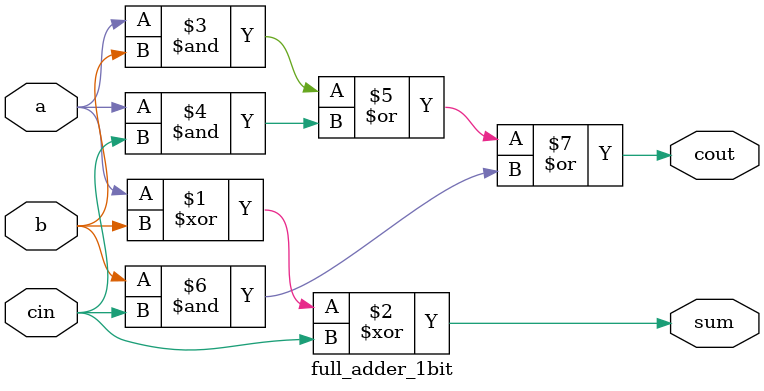
<source format=sv>
module full_adder_1bit(
    input  logic a, b, cin,
    output logic sum, cout
);
    assign sum  = a ^ b ^ cin;
    assign cout = (a & b) | (a & cin) | (b & cin);
endmodule

</source>
